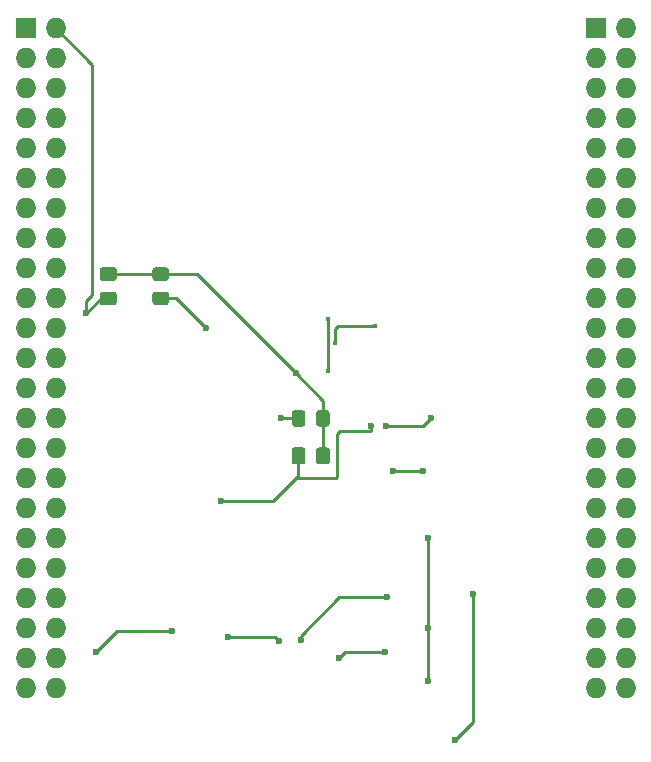
<source format=gbr>
%TF.GenerationSoftware,KiCad,Pcbnew,(5.1.10)-1*%
%TF.CreationDate,2021-09-06T20:05:53-04:00*%
%TF.ProjectId,BeagleBone-Black-Cape,42656167-6c65-4426-9f6e-652d426c6163,rev?*%
%TF.SameCoordinates,Original*%
%TF.FileFunction,Copper,L2,Bot*%
%TF.FilePolarity,Positive*%
%FSLAX46Y46*%
G04 Gerber Fmt 4.6, Leading zero omitted, Abs format (unit mm)*
G04 Created by KiCad (PCBNEW (5.1.10)-1) date 2021-09-06 20:05:53*
%MOMM*%
%LPD*%
G01*
G04 APERTURE LIST*
%TA.AperFunction,ComponentPad*%
%ADD10R,1.727200X1.727200*%
%TD*%
%TA.AperFunction,ComponentPad*%
%ADD11O,1.727200X1.727200*%
%TD*%
%TA.AperFunction,ViaPad*%
%ADD12C,0.600000*%
%TD*%
%TA.AperFunction,ViaPad*%
%ADD13C,0.400000*%
%TD*%
%TA.AperFunction,Conductor*%
%ADD14C,0.250000*%
%TD*%
G04 APERTURE END LIST*
%TO.P,L335,2*%
%TO.N,Net-(C487-Pad1)*%
%TA.AperFunction,SMDPad,CuDef*%
G36*
G01*
X140050100Y-94952399D02*
X140050100Y-95852401D01*
G75*
G02*
X139800101Y-96102400I-249999J0D01*
G01*
X139150099Y-96102400D01*
G75*
G02*
X138900100Y-95852401I0J249999D01*
G01*
X138900100Y-94952399D01*
G75*
G02*
X139150099Y-94702400I249999J0D01*
G01*
X139800101Y-94702400D01*
G75*
G02*
X140050100Y-94952399I0J-249999D01*
G01*
G37*
%TD.AperFunction*%
%TO.P,L335,1*%
%TO.N,RX_TX*%
%TA.AperFunction,SMDPad,CuDef*%
G36*
G01*
X142100100Y-94952399D02*
X142100100Y-95852401D01*
G75*
G02*
X141850101Y-96102400I-249999J0D01*
G01*
X141200099Y-96102400D01*
G75*
G02*
X140950100Y-95852401I0J249999D01*
G01*
X140950100Y-94952399D01*
G75*
G02*
X141200099Y-94702400I249999J0D01*
G01*
X141850101Y-94702400D01*
G75*
G02*
X142100100Y-94952399I0J-249999D01*
G01*
G37*
%TD.AperFunction*%
%TD*%
%TO.P,L12,2*%
%TO.N,2.4N*%
%TA.AperFunction,SMDPad,CuDef*%
G36*
G01*
X127350099Y-84667400D02*
X128250101Y-84667400D01*
G75*
G02*
X128500100Y-84917399I0J-249999D01*
G01*
X128500100Y-85567401D01*
G75*
G02*
X128250101Y-85817400I-249999J0D01*
G01*
X127350099Y-85817400D01*
G75*
G02*
X127100100Y-85567401I0J249999D01*
G01*
X127100100Y-84917399D01*
G75*
G02*
X127350099Y-84667400I249999J0D01*
G01*
G37*
%TD.AperFunction*%
%TO.P,L12,1*%
%TO.N,RX_TX*%
%TA.AperFunction,SMDPad,CuDef*%
G36*
G01*
X127350099Y-82617400D02*
X128250101Y-82617400D01*
G75*
G02*
X128500100Y-82867399I0J-249999D01*
G01*
X128500100Y-83517401D01*
G75*
G02*
X128250101Y-83767400I-249999J0D01*
G01*
X127350099Y-83767400D01*
G75*
G02*
X127100100Y-83517401I0J249999D01*
G01*
X127100100Y-82867399D01*
G75*
G02*
X127350099Y-82617400I249999J0D01*
G01*
G37*
%TD.AperFunction*%
%TD*%
%TO.P,C494,2*%
%TO.N,RX_TX*%
%TA.AperFunction,SMDPad,CuDef*%
G36*
G01*
X123830100Y-83767400D02*
X122880100Y-83767400D01*
G75*
G02*
X122630100Y-83517400I0J250000D01*
G01*
X122630100Y-82842400D01*
G75*
G02*
X122880100Y-82592400I250000J0D01*
G01*
X123830100Y-82592400D01*
G75*
G02*
X124080100Y-82842400I0J-250000D01*
G01*
X124080100Y-83517400D01*
G75*
G02*
X123830100Y-83767400I-250000J0D01*
G01*
G37*
%TD.AperFunction*%
%TO.P,C494,1*%
%TO.N,GND8*%
%TA.AperFunction,SMDPad,CuDef*%
G36*
G01*
X123830100Y-85842400D02*
X122880100Y-85842400D01*
G75*
G02*
X122630100Y-85592400I0J250000D01*
G01*
X122630100Y-84917400D01*
G75*
G02*
X122880100Y-84667400I250000J0D01*
G01*
X123830100Y-84667400D01*
G75*
G02*
X124080100Y-84917400I0J-250000D01*
G01*
X124080100Y-85592400D01*
G75*
G02*
X123830100Y-85842400I-250000J0D01*
G01*
G37*
%TD.AperFunction*%
%TD*%
%TO.P,C31,2*%
%TO.N,GND8*%
%TA.AperFunction,SMDPad,CuDef*%
G36*
G01*
X140050100Y-98102400D02*
X140050100Y-99052400D01*
G75*
G02*
X139800100Y-99302400I-250000J0D01*
G01*
X139125100Y-99302400D01*
G75*
G02*
X138875100Y-99052400I0J250000D01*
G01*
X138875100Y-98102400D01*
G75*
G02*
X139125100Y-97852400I250000J0D01*
G01*
X139800100Y-97852400D01*
G75*
G02*
X140050100Y-98102400I0J-250000D01*
G01*
G37*
%TD.AperFunction*%
%TO.P,C31,1*%
%TO.N,RX_TX*%
%TA.AperFunction,SMDPad,CuDef*%
G36*
G01*
X142125100Y-98102400D02*
X142125100Y-99052400D01*
G75*
G02*
X141875100Y-99302400I-250000J0D01*
G01*
X141200100Y-99302400D01*
G75*
G02*
X140950100Y-99052400I0J250000D01*
G01*
X140950100Y-98102400D01*
G75*
G02*
X141200100Y-97852400I250000J0D01*
G01*
X141875100Y-97852400D01*
G75*
G02*
X142125100Y-98102400I0J-250000D01*
G01*
G37*
%TD.AperFunction*%
%TD*%
D10*
%TO.P,P8,1*%
%TO.N,GND8*%
X164630100Y-62382400D03*
D11*
%TO.P,P8,2*%
X167170100Y-62382400D03*
%TO.P,P8,3*%
%TO.N,N/C*%
X164630100Y-64922400D03*
%TO.P,P8,4*%
X167170100Y-64922400D03*
%TO.P,P8,5*%
X164630100Y-67462400D03*
%TO.P,P8,6*%
X167170100Y-67462400D03*
%TO.P,P8,7*%
X164630100Y-70002400D03*
%TO.P,P8,8*%
X167170100Y-70002400D03*
%TO.P,P8,9*%
X164630100Y-72542400D03*
%TO.P,P8,10*%
X167170100Y-72542400D03*
%TO.P,P8,11*%
X164630100Y-75082400D03*
%TO.P,P8,12*%
X167170100Y-75082400D03*
%TO.P,P8,13*%
X164630100Y-77622400D03*
%TO.P,P8,14*%
X167170100Y-77622400D03*
%TO.P,P8,15*%
X164630100Y-80162400D03*
%TO.P,P8,16*%
X167170100Y-80162400D03*
%TO.P,P8,17*%
X164630100Y-82702400D03*
%TO.P,P8,18*%
X167170100Y-82702400D03*
%TO.P,P8,19*%
X164630100Y-85242400D03*
%TO.P,P8,20*%
X167170100Y-85242400D03*
%TO.P,P8,21*%
X164630100Y-87782400D03*
%TO.P,P8,22*%
X167170100Y-87782400D03*
%TO.P,P8,23*%
X164630100Y-90322400D03*
%TO.P,P8,24*%
X167170100Y-90322400D03*
%TO.P,P8,25*%
X164630100Y-92862400D03*
%TO.P,P8,26*%
X167170100Y-92862400D03*
%TO.P,P8,27*%
X164630100Y-95402400D03*
%TO.P,P8,28*%
X167170100Y-95402400D03*
%TO.P,P8,29*%
X164630100Y-97942400D03*
%TO.P,P8,30*%
X167170100Y-97942400D03*
%TO.P,P8,31*%
X164630100Y-100482400D03*
%TO.P,P8,32*%
X167170100Y-100482400D03*
%TO.P,P8,33*%
X164630100Y-103022400D03*
%TO.P,P8,34*%
X167170100Y-103022400D03*
%TO.P,P8,35*%
X164630100Y-105562400D03*
%TO.P,P8,36*%
X167170100Y-105562400D03*
%TO.P,P8,37*%
X164630100Y-108102400D03*
%TO.P,P8,38*%
X167170100Y-108102400D03*
%TO.P,P8,39*%
X164630100Y-110642400D03*
%TO.P,P8,40*%
X167170100Y-110642400D03*
%TO.P,P8,41*%
X164630100Y-113182400D03*
%TO.P,P8,42*%
X167170100Y-113182400D03*
%TO.P,P8,43*%
X164630100Y-115722400D03*
%TO.P,P8,44*%
X167170100Y-115722400D03*
%TO.P,P8,45*%
X164630100Y-118262400D03*
%TO.P,P8,46*%
X167170100Y-118262400D03*
%TD*%
D10*
%TO.P,P9,1*%
%TO.N,GND8*%
X116370100Y-62382400D03*
D11*
%TO.P,P9,2*%
X118910100Y-62382400D03*
%TO.P,P9,3*%
%TO.N,+3V3*%
X116370100Y-64922400D03*
%TO.P,P9,4*%
X118910100Y-64922400D03*
%TO.P,P9,5*%
%TO.N,+5V*%
X116370100Y-67462400D03*
%TO.P,P9,6*%
X118910100Y-67462400D03*
%TO.P,P9,7*%
%TO.N,SYS_5V*%
X116370100Y-70002400D03*
%TO.P,P9,8*%
X118910100Y-70002400D03*
%TO.P,P9,9*%
%TO.N,N/C*%
X116370100Y-72542400D03*
%TO.P,P9,10*%
X118910100Y-72542400D03*
%TO.P,P9,11*%
X116370100Y-75082400D03*
%TO.P,P9,12*%
X118910100Y-75082400D03*
%TO.P,P9,13*%
X116370100Y-77622400D03*
%TO.P,P9,14*%
X118910100Y-77622400D03*
%TO.P,P9,15*%
X116370100Y-80162400D03*
%TO.P,P9,16*%
X118910100Y-80162400D03*
%TO.P,P9,17*%
X116370100Y-82702400D03*
%TO.P,P9,18*%
X118910100Y-82702400D03*
%TO.P,P9,19*%
X116370100Y-85242400D03*
%TO.P,P9,20*%
X118910100Y-85242400D03*
%TO.P,P9,21*%
X116370100Y-87782400D03*
%TO.P,P9,22*%
X118910100Y-87782400D03*
%TO.P,P9,23*%
X116370100Y-90322400D03*
%TO.P,P9,24*%
X118910100Y-90322400D03*
%TO.P,P9,25*%
X116370100Y-92862400D03*
%TO.P,P9,26*%
X118910100Y-92862400D03*
%TO.P,P9,27*%
X116370100Y-95402400D03*
%TO.P,P9,28*%
X118910100Y-95402400D03*
%TO.P,P9,29*%
X116370100Y-97942400D03*
%TO.P,P9,30*%
X118910100Y-97942400D03*
%TO.P,P9,31*%
X116370100Y-100482400D03*
%TO.P,P9,32*%
X118910100Y-100482400D03*
%TO.P,P9,33*%
X116370100Y-103022400D03*
%TO.P,P9,34*%
X118910100Y-103022400D03*
%TO.P,P9,35*%
X116370100Y-105562400D03*
%TO.P,P9,36*%
X118910100Y-105562400D03*
%TO.P,P9,37*%
X116370100Y-108102400D03*
%TO.P,P9,38*%
X118910100Y-108102400D03*
%TO.P,P9,39*%
X116370100Y-110642400D03*
%TO.P,P9,40*%
X118910100Y-110642400D03*
%TO.P,P9,41*%
X116370100Y-113182400D03*
%TO.P,P9,42*%
X118910100Y-113182400D03*
%TO.P,P9,43*%
%TO.N,GND8*%
X116370100Y-115722400D03*
%TO.P,P9,44*%
X118910100Y-115722400D03*
%TO.P,P9,45*%
X116370100Y-118262400D03*
%TO.P,P9,46*%
X118910100Y-118262400D03*
%TD*%
D12*
%TO.N,RX_TX*%
X139230100Y-91592400D03*
D13*
X141998700Y-86995000D03*
X142000100Y-91362400D03*
D12*
%TO.N,Net-(C487-Pad1)*%
X137960100Y-95402400D03*
%TO.N,GND8*%
X121450100Y-86512400D03*
X132880100Y-102387400D03*
X145580100Y-96037400D03*
X150411300Y-117596800D03*
X150411300Y-113177200D03*
X150411300Y-105542200D03*
X128736000Y-113414900D03*
X122313700Y-115163600D03*
X133464300Y-113868200D03*
X137820400Y-114236500D03*
%TO.N,2.4N*%
X131610100Y-87782400D03*
%TO.N,Net-(AE5-Pad1)*%
X154266900Y-110286800D03*
X152742900Y-122656600D03*
%TO.N,Net-(C53-Pad2)*%
X150660100Y-95402400D03*
X146850100Y-96037400D03*
D13*
%TO.N,TX_20dB_P*%
X142582900Y-89001600D03*
X145961100Y-87604600D03*
D12*
%TO.N,RF1_SKY*%
X146951700Y-110540800D03*
X139636500Y-114173000D03*
%TO.N,RFC_SKY*%
X146824700Y-115138200D03*
X142887700Y-115646200D03*
%TO.N,Net-(C496-Pad1)*%
X147485100Y-99847400D03*
X150025100Y-99847400D03*
%TD*%
D14*
%TO.N,RX_TX*%
X127787600Y-83179900D02*
X127800100Y-83192400D01*
X123355100Y-83179900D02*
X127787600Y-83179900D01*
X141537600Y-95414900D02*
X141525100Y-95402400D01*
X141537600Y-98577400D02*
X141537600Y-95414900D01*
X141525100Y-95402400D02*
X141525100Y-93887400D01*
X141525100Y-93887400D02*
X139230100Y-91592400D01*
X139230100Y-91592400D02*
X139230100Y-91592400D01*
X130830100Y-83192400D02*
X139230100Y-91592400D01*
X127800100Y-83192400D02*
X130830100Y-83192400D01*
X142000100Y-91362400D02*
X142000100Y-86996400D01*
%TO.N,Net-(C487-Pad1)*%
X139475100Y-95402400D02*
X137960100Y-95402400D01*
X137960100Y-95402400D02*
X137960100Y-95402400D01*
%TO.N,GND8*%
X122707600Y-85254900D02*
X121450100Y-86512400D01*
X123355100Y-85254900D02*
X122707600Y-85254900D01*
X139462600Y-98577400D02*
X139462600Y-98979900D01*
X139462600Y-98577400D02*
X139462600Y-100249900D01*
X137325100Y-102387400D02*
X132880100Y-102387400D01*
X132880100Y-102387400D02*
X132880100Y-102387400D01*
X139230100Y-100482400D02*
X137325100Y-102387400D01*
X139462600Y-100249900D02*
X139230100Y-100482400D01*
X150411300Y-113177200D02*
X150411300Y-117596800D01*
X150411300Y-117596800D02*
X150411300Y-117596800D01*
X150411300Y-113177200D02*
X150411300Y-105542200D01*
X150411300Y-105542200D02*
X150411300Y-105542200D01*
X128736000Y-113414900D02*
X124062400Y-113414900D01*
X124062400Y-113414900D02*
X122313700Y-115163600D01*
X122313700Y-115163600D02*
X122313700Y-115163600D01*
X133464300Y-113868200D02*
X137452100Y-113868200D01*
X137452100Y-113868200D02*
X137820400Y-114236500D01*
X137820400Y-114236500D02*
X137833100Y-114249200D01*
X121983500Y-65455800D02*
X118910100Y-62382400D01*
X121983500Y-84950100D02*
X121983500Y-65455800D01*
X141643100Y-100482400D02*
X139230100Y-100482400D01*
X145580100Y-96037400D02*
X145580100Y-96461664D01*
X145580100Y-96461664D02*
X142971436Y-96461664D01*
X142971436Y-96461664D02*
X142709900Y-96723200D01*
X142709900Y-96723200D02*
X142709900Y-100380800D01*
X142608300Y-100482400D02*
X141643100Y-100482400D01*
X142709900Y-100380800D02*
X142608300Y-100482400D01*
X121450100Y-85483500D02*
X121983500Y-84950100D01*
X121450100Y-86512400D02*
X121450100Y-85483500D01*
%TO.N,2.4N*%
X129070100Y-85242400D02*
X131610100Y-87782400D01*
X127800100Y-85242400D02*
X129070100Y-85242400D01*
%TO.N,Net-(AE5-Pad1)*%
X154266900Y-110286800D02*
X154266900Y-121132600D01*
X154266900Y-121132600D02*
X152742900Y-122656600D01*
X152742900Y-122656600D02*
X152742900Y-122656600D01*
%TO.N,Net-(C53-Pad2)*%
X146850100Y-96037400D02*
X150025100Y-96037400D01*
X150025100Y-96037400D02*
X150660100Y-95402400D01*
%TO.N,TX_20dB_P*%
X142582900Y-89001600D02*
X142582900Y-87858600D01*
X142582900Y-87858600D02*
X142836900Y-87604600D01*
X142836900Y-87604600D02*
X145961100Y-87604600D01*
X145961100Y-87604600D02*
X145961100Y-87604600D01*
%TO.N,RF1_SKY*%
X139636500Y-113792000D02*
X139636500Y-114173000D01*
X142887700Y-110540800D02*
X139636500Y-113792000D01*
X146951700Y-110540800D02*
X142887700Y-110540800D01*
%TO.N,RFC_SKY*%
X146824700Y-115138200D02*
X143395700Y-115138200D01*
X143395700Y-115138200D02*
X142887700Y-115646200D01*
X142887700Y-115646200D02*
X142887700Y-115646200D01*
%TO.N,Net-(C496-Pad1)*%
X147485100Y-99847400D02*
X150025100Y-99847400D01*
X150025100Y-99847400D02*
X150025100Y-99847400D01*
%TD*%
M02*

</source>
